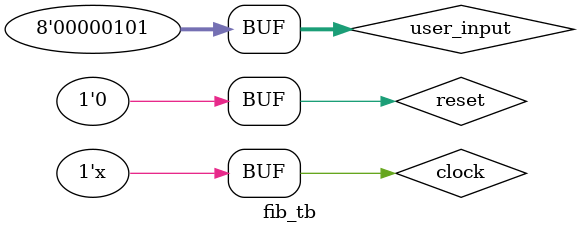
<source format=v>
/*Fibonnachi series*/
module fib(clock,reset,user_input,fib_output);
  input clock,reset;
  input [7:0] user_input;
  output reg [19:0] fib_output;
  reg [7:0] counter;
  reg ready;
  reg [19:0] prev_state, next_state;
  always@(posedge clock)
    begin
      if(reset) begin
        prev_state <= 'd0;
        next_state <= 'd1;
        counter <= 'd1;
        ready <= 0;
      end
      else begin
        if(counter != user_input) begin
          next_state <= next_state + prev_state;
          prev_state <= next_state;
          counter <= counter + 'd1;
          ready <= 1;
        end
        else ready<=0;
      end
    end
  
  assign fib_output = next_state;
  always@(ready) begin
    if(ready) $display("%d %d",user_input,fib_output);
  end
endmodule

/*Testbench*/
module fib_tb;
    reg clock,reset;
  reg [7:0] user_input;
  wire [19:0] fib_output;
  
  fib F(clock,reset,user_input,fib_output);
  initial clock = 1'b1;
  always #2 clock = ~clock;
  
  initial begin
    reset = 1'b1;
    user_input = 'd5;
    #3 reset = 1'b0;
  end
  initial begin
    $dumpfile("dump.vcd");
    $dumpvars;
  end
endmodule

</source>
